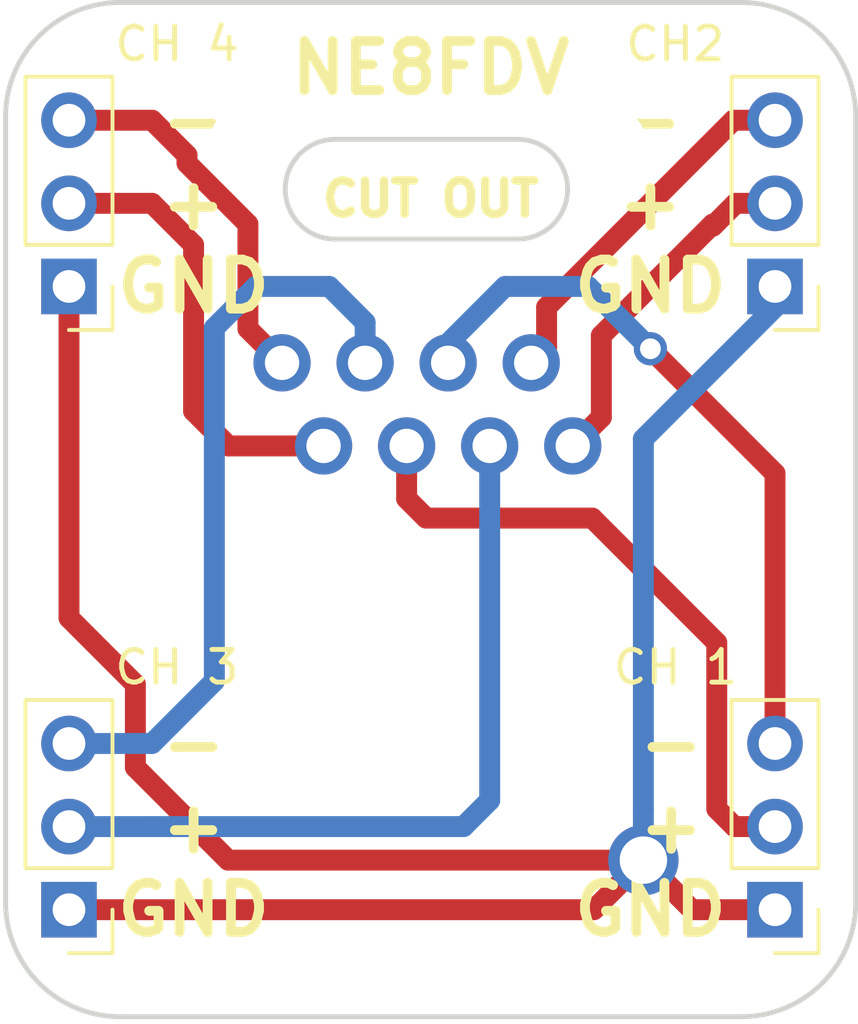
<source format=kicad_pcb>
(kicad_pcb (version 4) (host pcbnew 4.0.6)

  (general
    (links 0)
    (no_connects 0)
    (area 121.193919 83.403919 148.116081 115.326081)
    (thickness 1.6)
    (drawings 26)
    (tracks 62)
    (zones 0)
    (modules 5)
    (nets 10)
  )

  (page USLetter)
  (title_block
    (title "NE8FDV Breakout")
    (date 2017-09-06)
    (rev 1)
  )

  (layers
    (0 F.Cu signal)
    (31 B.Cu signal)
    (32 B.Adhes user)
    (33 F.Adhes user)
    (34 B.Paste user)
    (35 F.Paste user)
    (36 B.SilkS user)
    (37 F.SilkS user)
    (38 B.Mask user)
    (39 F.Mask user)
    (40 Dwgs.User user)
    (41 Cmts.User user)
    (42 Eco1.User user)
    (43 Eco2.User user)
    (44 Edge.Cuts user)
    (45 Margin user)
    (46 B.CrtYd user)
    (47 F.CrtYd user)
    (48 B.Fab user)
    (49 F.Fab user hide)
  )

  (setup
    (last_trace_width 0.25)
    (trace_clearance 0.2)
    (zone_clearance 0.508)
    (zone_45_only no)
    (trace_min 0.2)
    (segment_width 0.2)
    (edge_width 0.15)
    (via_size 0.6)
    (via_drill 0.4)
    (via_min_size 0.4)
    (via_min_drill 0.3)
    (uvia_size 0.3)
    (uvia_drill 0.1)
    (uvias_allowed no)
    (uvia_min_size 0.2)
    (uvia_min_drill 0.1)
    (pcb_text_width 0.3)
    (pcb_text_size 1.5 1.5)
    (mod_edge_width 0.15)
    (mod_text_size 1 1)
    (mod_text_width 0.15)
    (pad_size 6.6 2)
    (pad_drill 6.6)
    (pad_to_mask_clearance 0.2)
    (aux_axis_origin 190.5 107.95)
    (grid_origin 190.5 107.95)
    (visible_elements FFFFFF7F)
    (pcbplotparams
      (layerselection 0x00030_80000001)
      (usegerberextensions false)
      (excludeedgelayer true)
      (linewidth 0.100000)
      (plotframeref false)
      (viasonmask false)
      (mode 1)
      (useauxorigin false)
      (hpglpennumber 1)
      (hpglpenspeed 20)
      (hpglpendiameter 15)
      (hpglpenoverlay 2)
      (psnegative false)
      (psa4output false)
      (plotreference true)
      (plotvalue true)
      (plotinvisibletext false)
      (padsonsilk false)
      (subtractmaskfromsilk false)
      (outputformat 1)
      (mirror false)
      (drillshape 1)
      (scaleselection 1)
      (outputdirectory ""))
  )

  (net 0 "")
  (net 1 "Net-(J1-Pad1)")
  (net 2 "Net-(J1-Pad2)")
  (net 3 "Net-(J1-Pad3)")
  (net 4 "Net-(J2-Pad2)")
  (net 5 "Net-(J2-Pad3)")
  (net 6 "Net-(J3-Pad2)")
  (net 7 "Net-(J3-Pad3)")
  (net 8 "Net-(J4-Pad2)")
  (net 9 "Net-(J4-Pad3)")

  (net_class Default "This is the default net class."
    (clearance 0.2)
    (trace_width 0.25)
    (via_dia 0.6)
    (via_drill 0.4)
    (uvia_dia 0.3)
    (uvia_drill 0.1)
  )

  (net_class Audio ""
    (clearance 0.38608)
    (trace_width 0.64008)
    (via_dia 1.27)
    (via_drill 0.635)
    (uvia_dia 0.3)
    (uvia_drill 0.1)
    (add_net "Net-(J1-Pad1)")
    (add_net "Net-(J1-Pad2)")
    (add_net "Net-(J1-Pad3)")
    (add_net "Net-(J2-Pad2)")
    (add_net "Net-(J2-Pad3)")
    (add_net "Net-(J3-Pad2)")
    (add_net "Net-(J3-Pad3)")
    (add_net "Net-(J4-Pad2)")
    (add_net "Net-(J4-Pad3)")
  )

  (module Pin_Headers:Pin_Header_Straight_1x03_Pitch2.54mm (layer F.Cu) (tedit 59B0712A) (tstamp 59B04F1E)
    (at 145.28 111.43 180)
    (descr "Through hole straight pin header, 1x03, 2.54mm pitch, single row")
    (tags "Through hole pin header THT 1x03 2.54mm single row")
    (path /59B06577)
    (fp_text reference J1 (at 0 -2.33 180) (layer F.Fab)
      (effects (font (size 1 1) (thickness 0.15)))
    )
    (fp_text value "CH 1" (at 3.05 7.41 180) (layer F.SilkS)
      (effects (font (size 1 1) (thickness 0.15)))
    )
    (fp_line (start -0.635 -1.27) (end 1.27 -1.27) (layer F.Fab) (width 0.1))
    (fp_line (start 1.27 -1.27) (end 1.27 6.35) (layer F.Fab) (width 0.1))
    (fp_line (start 1.27 6.35) (end -1.27 6.35) (layer F.Fab) (width 0.1))
    (fp_line (start -1.27 6.35) (end -1.27 -0.635) (layer F.Fab) (width 0.1))
    (fp_line (start -1.27 -0.635) (end -0.635 -1.27) (layer F.Fab) (width 0.1))
    (fp_line (start -1.33 6.41) (end 1.33 6.41) (layer F.SilkS) (width 0.12))
    (fp_line (start -1.33 1.27) (end -1.33 6.41) (layer F.SilkS) (width 0.12))
    (fp_line (start 1.33 1.27) (end 1.33 6.41) (layer F.SilkS) (width 0.12))
    (fp_line (start -1.33 1.27) (end 1.33 1.27) (layer F.SilkS) (width 0.12))
    (fp_line (start -1.33 0) (end -1.33 -1.33) (layer F.SilkS) (width 0.12))
    (fp_line (start -1.33 -1.33) (end 0 -1.33) (layer F.SilkS) (width 0.12))
    (fp_line (start -1.8 -1.8) (end -1.8 6.85) (layer F.CrtYd) (width 0.05))
    (fp_line (start -1.8 6.85) (end 1.8 6.85) (layer F.CrtYd) (width 0.05))
    (fp_line (start 1.8 6.85) (end 1.8 -1.8) (layer F.CrtYd) (width 0.05))
    (fp_line (start 1.8 -1.8) (end -1.8 -1.8) (layer F.CrtYd) (width 0.05))
    (fp_text user %R (at 0 2.54 270) (layer F.Fab)
      (effects (font (size 1 1) (thickness 0.15)))
    )
    (pad 1 thru_hole rect (at 0 0 180) (size 1.7 1.7) (drill 1) (layers *.Cu *.Mask)
      (net 1 "Net-(J1-Pad1)"))
    (pad 2 thru_hole oval (at 0 2.54 180) (size 1.7 1.7) (drill 1) (layers *.Cu *.Mask)
      (net 2 "Net-(J1-Pad2)"))
    (pad 3 thru_hole oval (at 0 5.08 180) (size 1.7 1.7) (drill 1) (layers *.Cu *.Mask)
      (net 3 "Net-(J1-Pad3)"))
    (model ${KISYS3DMOD}/Pin_Headers.3dshapes/Pin_Header_Straight_1x03_Pitch2.54mm.wrl
      (at (xyz 0 0 0))
      (scale (xyz 1 1 1))
      (rotate (xyz 0 0 0))
    )
  )

  (module Pin_Headers:Pin_Header_Straight_1x03_Pitch2.54mm (layer F.Cu) (tedit 59B0713D) (tstamp 59B04F35)
    (at 145.28 92.38 180)
    (descr "Through hole straight pin header, 1x03, 2.54mm pitch, single row")
    (tags "Through hole pin header THT 1x03 2.54mm single row")
    (path /59B065BD)
    (fp_text reference J2 (at 0 -2.33 180) (layer F.Fab)
      (effects (font (size 1 1) (thickness 0.15)))
    )
    (fp_text value CH2 (at 3.05 7.41 180) (layer F.SilkS)
      (effects (font (size 1 1) (thickness 0.15)))
    )
    (fp_line (start -0.635 -1.27) (end 1.27 -1.27) (layer F.Fab) (width 0.1))
    (fp_line (start 1.27 -1.27) (end 1.27 6.35) (layer F.Fab) (width 0.1))
    (fp_line (start 1.27 6.35) (end -1.27 6.35) (layer F.Fab) (width 0.1))
    (fp_line (start -1.27 6.35) (end -1.27 -0.635) (layer F.Fab) (width 0.1))
    (fp_line (start -1.27 -0.635) (end -0.635 -1.27) (layer F.Fab) (width 0.1))
    (fp_line (start -1.33 6.41) (end 1.33 6.41) (layer F.SilkS) (width 0.12))
    (fp_line (start -1.33 1.27) (end -1.33 6.41) (layer F.SilkS) (width 0.12))
    (fp_line (start 1.33 1.27) (end 1.33 6.41) (layer F.SilkS) (width 0.12))
    (fp_line (start -1.33 1.27) (end 1.33 1.27) (layer F.SilkS) (width 0.12))
    (fp_line (start -1.33 0) (end -1.33 -1.33) (layer F.SilkS) (width 0.12))
    (fp_line (start -1.33 -1.33) (end 0 -1.33) (layer F.SilkS) (width 0.12))
    (fp_line (start -1.8 -1.8) (end -1.8 6.85) (layer F.CrtYd) (width 0.05))
    (fp_line (start -1.8 6.85) (end 1.8 6.85) (layer F.CrtYd) (width 0.05))
    (fp_line (start 1.8 6.85) (end 1.8 -1.8) (layer F.CrtYd) (width 0.05))
    (fp_line (start 1.8 -1.8) (end -1.8 -1.8) (layer F.CrtYd) (width 0.05))
    (fp_text user %R (at 0 2.54 360) (layer F.Fab)
      (effects (font (size 1 1) (thickness 0.15)))
    )
    (pad 1 thru_hole rect (at 0 0 180) (size 1.7 1.7) (drill 1) (layers *.Cu *.Mask)
      (net 1 "Net-(J1-Pad1)"))
    (pad 2 thru_hole oval (at 0 2.54 180) (size 1.7 1.7) (drill 1) (layers *.Cu *.Mask)
      (net 4 "Net-(J2-Pad2)"))
    (pad 3 thru_hole oval (at 0 5.08 180) (size 1.7 1.7) (drill 1) (layers *.Cu *.Mask)
      (net 5 "Net-(J2-Pad3)"))
    (model ${KISYS3DMOD}/Pin_Headers.3dshapes/Pin_Header_Straight_1x03_Pitch2.54mm.wrl
      (at (xyz 0 0 0))
      (scale (xyz 1 1 1))
      (rotate (xyz 0 0 0))
    )
  )

  (module Pin_Headers:Pin_Header_Straight_1x03_Pitch2.54mm (layer F.Cu) (tedit 59B07130) (tstamp 59B04F4C)
    (at 123.69 111.43 180)
    (descr "Through hole straight pin header, 1x03, 2.54mm pitch, single row")
    (tags "Through hole pin header THT 1x03 2.54mm single row")
    (path /59B065F3)
    (fp_text reference J3 (at 0 -2.33 180) (layer F.Fab)
      (effects (font (size 1 1) (thickness 0.15)))
    )
    (fp_text value "CH 3" (at -3.3 7.41 180) (layer F.SilkS)
      (effects (font (size 1 1) (thickness 0.15)))
    )
    (fp_line (start -0.635 -1.27) (end 1.27 -1.27) (layer F.Fab) (width 0.1))
    (fp_line (start 1.27 -1.27) (end 1.27 6.35) (layer F.Fab) (width 0.1))
    (fp_line (start 1.27 6.35) (end -1.27 6.35) (layer F.Fab) (width 0.1))
    (fp_line (start -1.27 6.35) (end -1.27 -0.635) (layer F.Fab) (width 0.1))
    (fp_line (start -1.27 -0.635) (end -0.635 -1.27) (layer F.Fab) (width 0.1))
    (fp_line (start -1.33 6.41) (end 1.33 6.41) (layer F.SilkS) (width 0.12))
    (fp_line (start -1.33 1.27) (end -1.33 6.41) (layer F.SilkS) (width 0.12))
    (fp_line (start 1.33 1.27) (end 1.33 6.41) (layer F.SilkS) (width 0.12))
    (fp_line (start -1.33 1.27) (end 1.33 1.27) (layer F.SilkS) (width 0.12))
    (fp_line (start -1.33 0) (end -1.33 -1.33) (layer F.SilkS) (width 0.12))
    (fp_line (start -1.33 -1.33) (end 0 -1.33) (layer F.SilkS) (width 0.12))
    (fp_line (start -1.8 -1.8) (end -1.8 6.85) (layer F.CrtYd) (width 0.05))
    (fp_line (start -1.8 6.85) (end 1.8 6.85) (layer F.CrtYd) (width 0.05))
    (fp_line (start 1.8 6.85) (end 1.8 -1.8) (layer F.CrtYd) (width 0.05))
    (fp_line (start 1.8 -1.8) (end -1.8 -1.8) (layer F.CrtYd) (width 0.05))
    (fp_text user %R (at 0 2.54 270) (layer F.Fab)
      (effects (font (size 1 1) (thickness 0.15)))
    )
    (pad 1 thru_hole rect (at 0 0 180) (size 1.7 1.7) (drill 1) (layers *.Cu *.Mask)
      (net 1 "Net-(J1-Pad1)"))
    (pad 2 thru_hole oval (at 0 2.54 180) (size 1.7 1.7) (drill 1) (layers *.Cu *.Mask)
      (net 6 "Net-(J3-Pad2)"))
    (pad 3 thru_hole oval (at 0 5.08 180) (size 1.7 1.7) (drill 1) (layers *.Cu *.Mask)
      (net 7 "Net-(J3-Pad3)"))
    (model ${KISYS3DMOD}/Pin_Headers.3dshapes/Pin_Header_Straight_1x03_Pitch2.54mm.wrl
      (at (xyz 0 0 0))
      (scale (xyz 1 1 1))
      (rotate (xyz 0 0 0))
    )
  )

  (module Pin_Headers:Pin_Header_Straight_1x03_Pitch2.54mm (layer F.Cu) (tedit 59B07136) (tstamp 59B04F63)
    (at 123.69 92.38 180)
    (descr "Through hole straight pin header, 1x03, 2.54mm pitch, single row")
    (tags "Through hole pin header THT 1x03 2.54mm single row")
    (path /59B06623)
    (fp_text reference J4 (at 0 -2.33 180) (layer F.Fab)
      (effects (font (size 1 1) (thickness 0.15)))
    )
    (fp_text value "CH 4" (at -3.3 7.41 180) (layer F.SilkS)
      (effects (font (size 1 1) (thickness 0.15)))
    )
    (fp_line (start -0.635 -1.27) (end 1.27 -1.27) (layer F.Fab) (width 0.1))
    (fp_line (start 1.27 -1.27) (end 1.27 6.35) (layer F.Fab) (width 0.1))
    (fp_line (start 1.27 6.35) (end -1.27 6.35) (layer F.Fab) (width 0.1))
    (fp_line (start -1.27 6.35) (end -1.27 -0.635) (layer F.Fab) (width 0.1))
    (fp_line (start -1.27 -0.635) (end -0.635 -1.27) (layer F.Fab) (width 0.1))
    (fp_line (start -1.33 6.41) (end 1.33 6.41) (layer F.SilkS) (width 0.12))
    (fp_line (start -1.33 1.27) (end -1.33 6.41) (layer F.SilkS) (width 0.12))
    (fp_line (start 1.33 1.27) (end 1.33 6.41) (layer F.SilkS) (width 0.12))
    (fp_line (start -1.33 1.27) (end 1.33 1.27) (layer F.SilkS) (width 0.12))
    (fp_line (start -1.33 0) (end -1.33 -1.33) (layer F.SilkS) (width 0.12))
    (fp_line (start -1.33 -1.33) (end 0 -1.33) (layer F.SilkS) (width 0.12))
    (fp_line (start -1.8 -1.8) (end -1.8 6.85) (layer F.CrtYd) (width 0.05))
    (fp_line (start -1.8 6.85) (end 1.8 6.85) (layer F.CrtYd) (width 0.05))
    (fp_line (start 1.8 6.85) (end 1.8 -1.8) (layer F.CrtYd) (width 0.05))
    (fp_line (start 1.8 -1.8) (end -1.8 -1.8) (layer F.CrtYd) (width 0.05))
    (fp_text user %R (at 0 2.54 270) (layer F.Fab)
      (effects (font (size 1 1) (thickness 0.15)))
    )
    (pad 1 thru_hole rect (at 0 0 180) (size 1.7 1.7) (drill 1) (layers *.Cu *.Mask)
      (net 1 "Net-(J1-Pad1)"))
    (pad 2 thru_hole oval (at 0 2.54 180) (size 1.7 1.7) (drill 1) (layers *.Cu *.Mask)
      (net 8 "Net-(J4-Pad2)"))
    (pad 3 thru_hole oval (at 0 5.08 180) (size 1.7 1.7) (drill 1) (layers *.Cu *.Mask)
      (net 9 "Net-(J4-Pad3)"))
    (model ${KISYS3DMOD}/Pin_Headers.3dshapes/Pin_Header_Straight_1x03_Pitch2.54mm.wrl
      (at (xyz 0 0 0))
      (scale (xyz 1 1 1))
      (rotate (xyz 0 0 0))
    )
  )

  (module NeutrikSnakeLib:NE8FDV-noHole (layer F.Cu) (tedit 59B0B669) (tstamp 59B04F79)
    (at 126.23 99.365)
    (path /59B064FE)
    (fp_text reference J5 (at 5.84 1.365) (layer F.Fab)
      (effects (font (size 1 1) (thickness 0.15)))
    )
    (fp_text value RJ45 (at 5.27 0.085) (layer F.Fab)
      (effects (font (size 1 1) (thickness 0.15)))
    )
    (fp_line (start 21.425 -15.5) (end 21.425 15.5) (layer F.Fab) (width 0.15))
    (fp_line (start -4.575 -15.5) (end -4.575 15.5) (layer F.Fab) (width 0.15))
    (fp_line (start 21.425 15.5) (end -4.575 15.5) (layer F.Fab) (width 0.15))
    (fp_line (start -4.575 -15.5) (end 21.425 -15.5) (layer F.Fab) (width 0.15))
    (pad 1 thru_hole circle (at 12.865 -2.11) (size 1.75 1.75) (drill 1.05) (layers *.Cu *.Mask)
      (net 4 "Net-(J2-Pad2)"))
    (pad 2 thru_hole circle (at 11.595 -4.65) (size 1.75 1.75) (drill 1.05) (layers *.Cu *.Mask)
      (net 5 "Net-(J2-Pad3)"))
    (pad 3 thru_hole circle (at 10.325 -2.11) (size 1.75 1.75) (drill 1.05) (layers *.Cu *.Mask)
      (net 6 "Net-(J3-Pad2)"))
    (pad 4 thru_hole circle (at 9.055 -4.65) (size 1.75 1.75) (drill 1.05) (layers *.Cu *.Mask)
      (net 3 "Net-(J1-Pad3)"))
    (pad 5 thru_hole circle (at 7.785 -2.11) (size 1.75 1.75) (drill 1.05) (layers *.Cu *.Mask)
      (net 2 "Net-(J1-Pad2)"))
    (pad 6 thru_hole circle (at 6.515 -4.65) (size 1.75 1.75) (drill 1.05) (layers *.Cu *.Mask)
      (net 7 "Net-(J3-Pad3)"))
    (pad 7 thru_hole circle (at 5.245 -2.11) (size 1.75 1.75) (drill 1.05) (layers *.Cu *.Mask)
      (net 8 "Net-(J4-Pad2)"))
    (pad 8 thru_hole circle (at 3.975 -4.65) (size 1.75 1.75) (drill 1.05) (layers *.Cu *.Mask)
      (net 9 "Net-(J4-Pad3)"))
    (pad 9 thru_hole circle (at 15.025 10.55) (size 2.15 2.15) (drill 1.45) (layers *.Cu *.Mask)
      (net 1 "Net-(J1-Pad1)"))
    (pad "" np_thru_hole circle (at 2.625 -11.5) (size 1.7 1.7) (drill 1.7) (layers *.Cu *.Mask))
    (pad "" np_thru_hole circle (at 0 0) (size 1.7 1.7) (drill 1.7) (layers *.Cu *.Mask))
    (pad "" np_thru_hole circle (at 16.85 0) (size 1.7 1.7) (drill 1.7) (layers *.Cu *.Mask))
    (pad "" np_thru_hole circle (at 14.225 -11.5) (size 1.7 1.7) (drill 1.7) (layers *.Cu *.Mask))
  )

  (gr_arc (start 131.826 89.408) (end 131.826 90.932) (angle 180) (layer Edge.Cuts) (width 0.15))
  (gr_arc (start 137.414 89.408) (end 137.414 87.884) (angle 180) (layer Edge.Cuts) (width 0.15))
  (gr_text "CUT OUT" (at 134.75 89.7) (layer F.SilkS)
    (effects (font (size 1.016 1.016) (thickness 0.254)))
  )
  (gr_text NE8FDV (at 134.75 85.7) (layer F.SilkS)
    (effects (font (size 1.5 1.5) (thickness 0.3)))
  )
  (gr_line (start 131.826 87.884) (end 137.414 87.884) (layer Edge.Cuts) (width 0.15))
  (gr_line (start 137.414 90.932) (end 131.826 90.932) (layer Edge.Cuts) (width 0.15))
  (gr_line (start 121.75 111.2) (end 121.75 87.2) (layer Edge.Cuts) (width 0.15))
  (gr_line (start 144.25 114.7) (end 125.25 114.7) (layer Edge.Cuts) (width 0.15))
  (gr_line (start 147.75 87.2) (end 147.75 111.2) (layer Edge.Cuts) (width 0.15))
  (gr_line (start 125.25 83.7) (end 144.25 83.7) (layer Edge.Cuts) (width 0.15))
  (gr_arc (start 125.25 111.2) (end 125.25 114.7) (angle 90) (layer Edge.Cuts) (width 0.15))
  (gr_arc (start 144.25 111.2) (end 147.75 111.2) (angle 90) (layer Edge.Cuts) (width 0.15))
  (gr_arc (start 144.25 87.2) (end 144.25 83.7) (angle 90) (layer Edge.Cuts) (width 0.15))
  (gr_arc (start 125.25 87.2) (end 121.75 87.2) (angle 90) (layer Edge.Cuts) (width 0.15))
  (gr_text - (at 142.105 106.35) (layer F.SilkS)
    (effects (font (size 1.5 1.5) (thickness 0.3)))
  )
  (gr_text + (at 142.105 108.89) (layer F.SilkS)
    (effects (font (size 1.5 1.5) (thickness 0.3)))
  )
  (gr_text GND (at 141.47 111.43) (layer F.SilkS)
    (effects (font (size 1.5 1.5) (thickness 0.3)))
  )
  (gr_text GND (at 141.47 92.38) (layer F.SilkS)
    (effects (font (size 1.5 1.5) (thickness 0.3)))
  )
  (gr_text + (at 141.47 89.84) (layer F.SilkS)
    (effects (font (size 1.5 1.5) (thickness 0.3)))
  )
  (gr_text - (at 141.47 87.3) (layer F.SilkS)
    (effects (font (size 1.5 1.5) (thickness 0.3)))
  )
  (gr_text GND (at 127.5 111.43) (layer F.SilkS)
    (effects (font (size 1.5 1.5) (thickness 0.3)))
  )
  (gr_text + (at 127.5 108.89) (layer F.SilkS)
    (effects (font (size 1.5 1.5) (thickness 0.3)))
  )
  (gr_text - (at 127.5 106.35) (layer F.SilkS)
    (effects (font (size 1.5 1.5) (thickness 0.3)))
  )
  (gr_text - (at 127.5 87.3) (layer F.SilkS)
    (effects (font (size 1.5 1.5) (thickness 0.3)))
  )
  (gr_text + (at 127.5 89.84) (layer F.SilkS)
    (effects (font (size 1.5 1.5) (thickness 0.3)))
  )
  (gr_text GND (at 127.5 92.38) (layer F.SilkS)
    (effects (font (size 1.5 1.5) (thickness 0.3)))
  )

  (segment (start 123.69 92.38) (end 123.69 102.51) (width 0.64008) (layer F.Cu) (net 1))
  (segment (start 123.69 102.51) (end 125.72 104.54) (width 0.64008) (layer F.Cu) (net 1))
  (segment (start 125.72 104.54) (end 125.72 107.08) (width 0.64008) (layer F.Cu) (net 1))
  (segment (start 125.72 107.08) (end 128.555 109.915) (width 0.64008) (layer F.Cu) (net 1))
  (segment (start 128.555 109.915) (end 141.255 109.915) (width 0.64008) (layer F.Cu) (net 1))
  (segment (start 145.28 92.38) (end 145.28 93.015) (width 0.64008) (layer B.Cu) (net 1))
  (segment (start 145.28 93.015) (end 141.255 97.04) (width 0.64008) (layer B.Cu) (net 1))
  (segment (start 141.255 97.04) (end 141.255 108.394721) (width 0.64008) (layer B.Cu) (net 1))
  (segment (start 141.255 108.394721) (end 141.255 109.915) (width 0.64008) (layer B.Cu) (net 1))
  (segment (start 123.69 111.43) (end 139.74 111.43) (width 0.64008) (layer F.Cu) (net 1))
  (segment (start 139.74 111.43) (end 141.255 109.915) (width 0.64008) (layer F.Cu) (net 1))
  (segment (start 142.329999 111.019999) (end 142.74 111.43) (width 0.64008) (layer F.Cu) (net 1))
  (segment (start 142.74 111.43) (end 145.28 111.43) (width 0.64008) (layer F.Cu) (net 1))
  (segment (start 141.255 109.915) (end 142.329999 110.989999) (width 0.64008) (layer F.Cu) (net 1))
  (segment (start 142.329999 110.989999) (end 142.329999 111.019999) (width 0.64008) (layer F.Cu) (net 1))
  (segment (start 145.28 108.89) (end 144.04 108.89) (width 0.64008) (layer F.Cu) (net 2))
  (segment (start 134.015 98.865) (end 134.015 97.255) (width 0.64008) (layer F.Cu) (net 2))
  (segment (start 144.04 108.89) (end 143.5 108.35) (width 0.64008) (layer F.Cu) (net 2))
  (segment (start 143.5 108.35) (end 143.5 103.27) (width 0.64008) (layer F.Cu) (net 2))
  (segment (start 134.61 99.46) (end 134.015 98.865) (width 0.64008) (layer F.Cu) (net 2))
  (segment (start 143.5 103.27) (end 139.69 99.46) (width 0.64008) (layer F.Cu) (net 2))
  (segment (start 139.69 99.46) (end 134.61 99.46) (width 0.64008) (layer F.Cu) (net 2))
  (segment (start 135.285 94.715) (end 135.285 94.12) (width 0.64008) (layer B.Cu) (net 3))
  (segment (start 135.285 94.12) (end 137.025 92.38) (width 0.64008) (layer B.Cu) (net 3))
  (segment (start 137.025 92.38) (end 139.565 92.38) (width 0.64008) (layer B.Cu) (net 3))
  (segment (start 139.565 92.38) (end 141.47 94.285) (width 0.64008) (layer B.Cu) (net 3))
  (segment (start 145.28 98.095) (end 141.47 94.285) (width 0.64008) (layer F.Cu) (net 3))
  (via (at 141.47 94.285) (size 1.016) (drill 0.635) (layers F.Cu B.Cu) (net 3))
  (segment (start 145.28 106.35) (end 145.28 98.095) (width 0.64008) (layer F.Cu) (net 3))
  (segment (start 143.375 90.542919) (end 143.442919 90.475) (width 0.64008) (layer F.Cu) (net 4))
  (segment (start 143.442919 90.475) (end 144.077919 89.84) (width 0.64008) (layer F.Cu) (net 4))
  (segment (start 139.969999 93.880001) (end 143.375 90.475) (width 0.64008) (layer F.Cu) (net 4))
  (segment (start 143.375 90.475) (end 143.442919 90.475) (width 0.64008) (layer F.Cu) (net 4))
  (segment (start 139.095 97.255) (end 139.969999 96.380001) (width 0.64008) (layer F.Cu) (net 4))
  (segment (start 139.969999 96.380001) (end 139.969999 93.880001) (width 0.64008) (layer F.Cu) (net 4))
  (segment (start 144.077919 89.84) (end 145.28 89.84) (width 0.64008) (layer F.Cu) (net 4))
  (segment (start 145.28 87.3) (end 144.01 87.3) (width 0.64008) (layer F.Cu) (net 5))
  (segment (start 144.01 87.3) (end 138.295 93.015) (width 0.64008) (layer F.Cu) (net 5))
  (segment (start 138.295 93.015) (end 138.295 94.245) (width 0.64008) (layer F.Cu) (net 5))
  (segment (start 138.295 94.245) (end 137.825 94.715) (width 0.64008) (layer F.Cu) (net 5))
  (segment (start 136.555 97.255) (end 136.555 108.09) (width 0.64008) (layer B.Cu) (net 6))
  (segment (start 136.555 108.09) (end 135.755 108.89) (width 0.64008) (layer B.Cu) (net 6))
  (segment (start 135.755 108.89) (end 126.23 108.89) (width 0.64008) (layer B.Cu) (net 6))
  (segment (start 126.23 108.89) (end 123.69 108.89) (width 0.64008) (layer B.Cu) (net 6))
  (segment (start 132.745 94.715) (end 132.745 93.477564) (width 0.64008) (layer B.Cu) (net 7))
  (segment (start 132.745 93.477564) (end 131.647436 92.38) (width 0.64008) (layer B.Cu) (net 7))
  (segment (start 131.647436 92.38) (end 129.405 92.38) (width 0.64008) (layer B.Cu) (net 7))
  (segment (start 129.405 92.38) (end 128.135 93.65) (width 0.64008) (layer B.Cu) (net 7))
  (segment (start 128.135 93.65) (end 128.135 104.445) (width 0.64008) (layer B.Cu) (net 7))
  (segment (start 128.135 104.445) (end 126.23 106.35) (width 0.64008) (layer B.Cu) (net 7))
  (segment (start 126.23 106.35) (end 123.69 106.35) (width 0.64008) (layer B.Cu) (net 7))
  (segment (start 123.69 89.84) (end 126.23 89.84) (width 0.64008) (layer F.Cu) (net 8))
  (segment (start 126.23 89.84) (end 127.5 91.11) (width 0.64008) (layer F.Cu) (net 8))
  (segment (start 127.5 91.11) (end 127.5 96.19) (width 0.64008) (layer F.Cu) (net 8))
  (segment (start 127.5 96.19) (end 128.565 97.255) (width 0.64008) (layer F.Cu) (net 8))
  (segment (start 128.565 97.255) (end 131.475 97.255) (width 0.64008) (layer F.Cu) (net 8))
  (segment (start 129.16194 90.475) (end 129.16194 93.67194) (width 0.64008) (layer F.Cu) (net 9))
  (segment (start 129.16194 93.67194) (end 130.205 94.715) (width 0.64008) (layer F.Cu) (net 9))
  (segment (start 127.298879 88.368879) (end 127.298879 88.611939) (width 0.64008) (layer F.Cu) (net 9))
  (segment (start 127.298879 88.611939) (end 129.16194 90.475) (width 0.64008) (layer F.Cu) (net 9))
  (segment (start 126.23 87.3) (end 127.298879 88.368879) (width 0.64008) (layer F.Cu) (net 9))
  (segment (start 123.69 87.3) (end 126.23 87.3) (width 0.64008) (layer F.Cu) (net 9))

)

</source>
